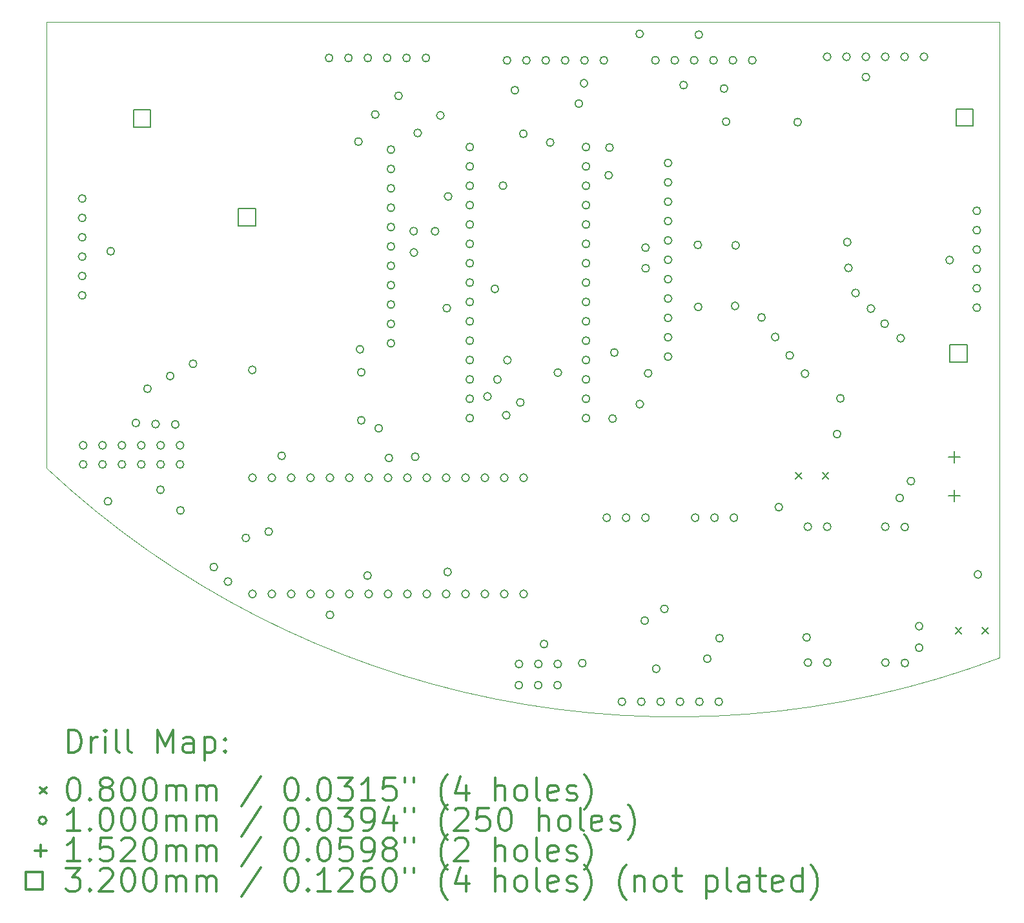
<source format=gbr>
%FSLAX45Y45*%
G04 Gerber Fmt 4.5, Leading zero omitted, Abs format (unit mm)*
G04 Created by KiCad (PCBNEW (5.1.10)-1) date 2022-01-06 12:14:09*
%MOMM*%
%LPD*%
G01*
G04 APERTURE LIST*
%TA.AperFunction,Profile*%
%ADD10C,0.050000*%
%TD*%
%ADD11C,0.200000*%
%ADD12C,0.300000*%
G04 APERTURE END LIST*
D10*
X19145354Y-21506305D02*
X19149000Y-13166000D01*
X19145354Y-21506305D02*
G75*
G02*
X6649000Y-19016000I-4246354J11290305D01*
G01*
X6649000Y-13166000D02*
X6649000Y-19016000D01*
X6649000Y-13166000D02*
X19149000Y-13166000D01*
D11*
X16473000Y-19073000D02*
X16553000Y-19153000D01*
X16553000Y-19073000D02*
X16473000Y-19153000D01*
X16823000Y-19073000D02*
X16903000Y-19153000D01*
X16903000Y-19073000D02*
X16823000Y-19153000D01*
X18568000Y-21106000D02*
X18648000Y-21186000D01*
X18648000Y-21106000D02*
X18568000Y-21186000D01*
X18918000Y-21106000D02*
X18998000Y-21186000D01*
X18998000Y-21106000D02*
X18918000Y-21186000D01*
X7166500Y-15479500D02*
G75*
G03*
X7166500Y-15479500I-50000J0D01*
G01*
X7166500Y-15733500D02*
G75*
G03*
X7166500Y-15733500I-50000J0D01*
G01*
X7166500Y-15987500D02*
G75*
G03*
X7166500Y-15987500I-50000J0D01*
G01*
X7166500Y-16241500D02*
G75*
G03*
X7166500Y-16241500I-50000J0D01*
G01*
X7166500Y-16495500D02*
G75*
G03*
X7166500Y-16495500I-50000J0D01*
G01*
X7166500Y-16749500D02*
G75*
G03*
X7166500Y-16749500I-50000J0D01*
G01*
X7179000Y-18716000D02*
G75*
G03*
X7179000Y-18716000I-50000J0D01*
G01*
X7179000Y-18966000D02*
G75*
G03*
X7179000Y-18966000I-50000J0D01*
G01*
X7433000Y-18716000D02*
G75*
G03*
X7433000Y-18716000I-50000J0D01*
G01*
X7433000Y-18966000D02*
G75*
G03*
X7433000Y-18966000I-50000J0D01*
G01*
X7504000Y-19451000D02*
G75*
G03*
X7504000Y-19451000I-50000J0D01*
G01*
X7540000Y-16170000D02*
G75*
G03*
X7540000Y-16170000I-50000J0D01*
G01*
X7687000Y-18716000D02*
G75*
G03*
X7687000Y-18716000I-50000J0D01*
G01*
X7687000Y-18966000D02*
G75*
G03*
X7687000Y-18966000I-50000J0D01*
G01*
X7870000Y-18423000D02*
G75*
G03*
X7870000Y-18423000I-50000J0D01*
G01*
X7941000Y-18716000D02*
G75*
G03*
X7941000Y-18716000I-50000J0D01*
G01*
X7941000Y-18966000D02*
G75*
G03*
X7941000Y-18966000I-50000J0D01*
G01*
X8022000Y-17974000D02*
G75*
G03*
X8022000Y-17974000I-50000J0D01*
G01*
X8128000Y-18437000D02*
G75*
G03*
X8128000Y-18437000I-50000J0D01*
G01*
X8192000Y-19300000D02*
G75*
G03*
X8192000Y-19300000I-50000J0D01*
G01*
X8195000Y-18716000D02*
G75*
G03*
X8195000Y-18716000I-50000J0D01*
G01*
X8195000Y-18966000D02*
G75*
G03*
X8195000Y-18966000I-50000J0D01*
G01*
X8320000Y-17808000D02*
G75*
G03*
X8320000Y-17808000I-50000J0D01*
G01*
X8387000Y-18443000D02*
G75*
G03*
X8387000Y-18443000I-50000J0D01*
G01*
X8449000Y-18716000D02*
G75*
G03*
X8449000Y-18716000I-50000J0D01*
G01*
X8449000Y-18966000D02*
G75*
G03*
X8449000Y-18966000I-50000J0D01*
G01*
X8454000Y-19570000D02*
G75*
G03*
X8454000Y-19570000I-50000J0D01*
G01*
X8620000Y-17646000D02*
G75*
G03*
X8620000Y-17646000I-50000J0D01*
G01*
X8892000Y-20313000D02*
G75*
G03*
X8892000Y-20313000I-50000J0D01*
G01*
X9078000Y-20503000D02*
G75*
G03*
X9078000Y-20503000I-50000J0D01*
G01*
X9312000Y-19931000D02*
G75*
G03*
X9312000Y-19931000I-50000J0D01*
G01*
X9397000Y-17727000D02*
G75*
G03*
X9397000Y-17727000I-50000J0D01*
G01*
X9399000Y-19142000D02*
G75*
G03*
X9399000Y-19142000I-50000J0D01*
G01*
X9399000Y-20666000D02*
G75*
G03*
X9399000Y-20666000I-50000J0D01*
G01*
X9612000Y-19848000D02*
G75*
G03*
X9612000Y-19848000I-50000J0D01*
G01*
X9653000Y-19142000D02*
G75*
G03*
X9653000Y-19142000I-50000J0D01*
G01*
X9653000Y-20666000D02*
G75*
G03*
X9653000Y-20666000I-50000J0D01*
G01*
X9782000Y-18854000D02*
G75*
G03*
X9782000Y-18854000I-50000J0D01*
G01*
X9907000Y-19142000D02*
G75*
G03*
X9907000Y-19142000I-50000J0D01*
G01*
X9907000Y-20666000D02*
G75*
G03*
X9907000Y-20666000I-50000J0D01*
G01*
X10161000Y-19142000D02*
G75*
G03*
X10161000Y-19142000I-50000J0D01*
G01*
X10161000Y-20666000D02*
G75*
G03*
X10161000Y-20666000I-50000J0D01*
G01*
X10404000Y-13635000D02*
G75*
G03*
X10404000Y-13635000I-50000J0D01*
G01*
X10415000Y-19142000D02*
G75*
G03*
X10415000Y-19142000I-50000J0D01*
G01*
X10415000Y-20666000D02*
G75*
G03*
X10415000Y-20666000I-50000J0D01*
G01*
X10415000Y-20940000D02*
G75*
G03*
X10415000Y-20940000I-50000J0D01*
G01*
X10658000Y-13635000D02*
G75*
G03*
X10658000Y-13635000I-50000J0D01*
G01*
X10669000Y-19142000D02*
G75*
G03*
X10669000Y-19142000I-50000J0D01*
G01*
X10669000Y-20666000D02*
G75*
G03*
X10669000Y-20666000I-50000J0D01*
G01*
X10788000Y-14733000D02*
G75*
G03*
X10788000Y-14733000I-50000J0D01*
G01*
X10809000Y-17456000D02*
G75*
G03*
X10809000Y-17456000I-50000J0D01*
G01*
X10825000Y-18388000D02*
G75*
G03*
X10825000Y-18388000I-50000J0D01*
G01*
X10826000Y-17758000D02*
G75*
G03*
X10826000Y-17758000I-50000J0D01*
G01*
X10908000Y-20425000D02*
G75*
G03*
X10908000Y-20425000I-50000J0D01*
G01*
X10912000Y-13635000D02*
G75*
G03*
X10912000Y-13635000I-50000J0D01*
G01*
X10923000Y-19142000D02*
G75*
G03*
X10923000Y-19142000I-50000J0D01*
G01*
X10923000Y-20666000D02*
G75*
G03*
X10923000Y-20666000I-50000J0D01*
G01*
X11009000Y-14377000D02*
G75*
G03*
X11009000Y-14377000I-50000J0D01*
G01*
X11054000Y-18493000D02*
G75*
G03*
X11054000Y-18493000I-50000J0D01*
G01*
X11166000Y-13635000D02*
G75*
G03*
X11166000Y-13635000I-50000J0D01*
G01*
X11177000Y-19142000D02*
G75*
G03*
X11177000Y-19142000I-50000J0D01*
G01*
X11177000Y-20666000D02*
G75*
G03*
X11177000Y-20666000I-50000J0D01*
G01*
X11188000Y-18882000D02*
G75*
G03*
X11188000Y-18882000I-50000J0D01*
G01*
X11215000Y-14838000D02*
G75*
G03*
X11215000Y-14838000I-50000J0D01*
G01*
X11215000Y-15092000D02*
G75*
G03*
X11215000Y-15092000I-50000J0D01*
G01*
X11215000Y-15346000D02*
G75*
G03*
X11215000Y-15346000I-50000J0D01*
G01*
X11215000Y-15600000D02*
G75*
G03*
X11215000Y-15600000I-50000J0D01*
G01*
X11215000Y-15854000D02*
G75*
G03*
X11215000Y-15854000I-50000J0D01*
G01*
X11215000Y-16108000D02*
G75*
G03*
X11215000Y-16108000I-50000J0D01*
G01*
X11215000Y-16362000D02*
G75*
G03*
X11215000Y-16362000I-50000J0D01*
G01*
X11215000Y-16616000D02*
G75*
G03*
X11215000Y-16616000I-50000J0D01*
G01*
X11215000Y-16870000D02*
G75*
G03*
X11215000Y-16870000I-50000J0D01*
G01*
X11215000Y-17124000D02*
G75*
G03*
X11215000Y-17124000I-50000J0D01*
G01*
X11215000Y-17378000D02*
G75*
G03*
X11215000Y-17378000I-50000J0D01*
G01*
X11314000Y-14132000D02*
G75*
G03*
X11314000Y-14132000I-50000J0D01*
G01*
X11420000Y-13635000D02*
G75*
G03*
X11420000Y-13635000I-50000J0D01*
G01*
X11431000Y-19142000D02*
G75*
G03*
X11431000Y-19142000I-50000J0D01*
G01*
X11431000Y-20666000D02*
G75*
G03*
X11431000Y-20666000I-50000J0D01*
G01*
X11513000Y-15907000D02*
G75*
G03*
X11513000Y-15907000I-50000J0D01*
G01*
X11516000Y-16187000D02*
G75*
G03*
X11516000Y-16187000I-50000J0D01*
G01*
X11533000Y-18866000D02*
G75*
G03*
X11533000Y-18866000I-50000J0D01*
G01*
X11565000Y-14619000D02*
G75*
G03*
X11565000Y-14619000I-50000J0D01*
G01*
X11674000Y-13635000D02*
G75*
G03*
X11674000Y-13635000I-50000J0D01*
G01*
X11685000Y-19142000D02*
G75*
G03*
X11685000Y-19142000I-50000J0D01*
G01*
X11685000Y-20666000D02*
G75*
G03*
X11685000Y-20666000I-50000J0D01*
G01*
X11793000Y-15908000D02*
G75*
G03*
X11793000Y-15908000I-50000J0D01*
G01*
X11863000Y-14389000D02*
G75*
G03*
X11863000Y-14389000I-50000J0D01*
G01*
X11939000Y-19142000D02*
G75*
G03*
X11939000Y-19142000I-50000J0D01*
G01*
X11939000Y-20666000D02*
G75*
G03*
X11939000Y-20666000I-50000J0D01*
G01*
X11948000Y-16916000D02*
G75*
G03*
X11948000Y-16916000I-50000J0D01*
G01*
X11958000Y-20377000D02*
G75*
G03*
X11958000Y-20377000I-50000J0D01*
G01*
X11965000Y-15451000D02*
G75*
G03*
X11965000Y-15451000I-50000J0D01*
G01*
X12193000Y-19142000D02*
G75*
G03*
X12193000Y-19142000I-50000J0D01*
G01*
X12193000Y-20666000D02*
G75*
G03*
X12193000Y-20666000I-50000J0D01*
G01*
X12249000Y-14804000D02*
G75*
G03*
X12249000Y-14804000I-50000J0D01*
G01*
X12249000Y-15058000D02*
G75*
G03*
X12249000Y-15058000I-50000J0D01*
G01*
X12249000Y-15312000D02*
G75*
G03*
X12249000Y-15312000I-50000J0D01*
G01*
X12249000Y-15566000D02*
G75*
G03*
X12249000Y-15566000I-50000J0D01*
G01*
X12249000Y-15820000D02*
G75*
G03*
X12249000Y-15820000I-50000J0D01*
G01*
X12249000Y-16074000D02*
G75*
G03*
X12249000Y-16074000I-50000J0D01*
G01*
X12249000Y-16328000D02*
G75*
G03*
X12249000Y-16328000I-50000J0D01*
G01*
X12249000Y-16582000D02*
G75*
G03*
X12249000Y-16582000I-50000J0D01*
G01*
X12249000Y-16836000D02*
G75*
G03*
X12249000Y-16836000I-50000J0D01*
G01*
X12249000Y-17090000D02*
G75*
G03*
X12249000Y-17090000I-50000J0D01*
G01*
X12249000Y-17344000D02*
G75*
G03*
X12249000Y-17344000I-50000J0D01*
G01*
X12249000Y-17598000D02*
G75*
G03*
X12249000Y-17598000I-50000J0D01*
G01*
X12249000Y-17852000D02*
G75*
G03*
X12249000Y-17852000I-50000J0D01*
G01*
X12249000Y-18106000D02*
G75*
G03*
X12249000Y-18106000I-50000J0D01*
G01*
X12249000Y-18360000D02*
G75*
G03*
X12249000Y-18360000I-50000J0D01*
G01*
X12447000Y-19142000D02*
G75*
G03*
X12447000Y-19142000I-50000J0D01*
G01*
X12447000Y-20666000D02*
G75*
G03*
X12447000Y-20666000I-50000J0D01*
G01*
X12481000Y-18075000D02*
G75*
G03*
X12481000Y-18075000I-50000J0D01*
G01*
X12578000Y-16665000D02*
G75*
G03*
X12578000Y-16665000I-50000J0D01*
G01*
X12611000Y-17853000D02*
G75*
G03*
X12611000Y-17853000I-50000J0D01*
G01*
X12684000Y-15311000D02*
G75*
G03*
X12684000Y-15311000I-50000J0D01*
G01*
X12701000Y-19142000D02*
G75*
G03*
X12701000Y-19142000I-50000J0D01*
G01*
X12701000Y-20666000D02*
G75*
G03*
X12701000Y-20666000I-50000J0D01*
G01*
X12727000Y-18321000D02*
G75*
G03*
X12727000Y-18321000I-50000J0D01*
G01*
X12737000Y-13666000D02*
G75*
G03*
X12737000Y-13666000I-50000J0D01*
G01*
X12742000Y-17598000D02*
G75*
G03*
X12742000Y-17598000I-50000J0D01*
G01*
X12840000Y-14058000D02*
G75*
G03*
X12840000Y-14058000I-50000J0D01*
G01*
X12892000Y-21863000D02*
G75*
G03*
X12892000Y-21863000I-50000J0D01*
G01*
X12894000Y-21585000D02*
G75*
G03*
X12894000Y-21585000I-50000J0D01*
G01*
X12912000Y-18154000D02*
G75*
G03*
X12912000Y-18154000I-50000J0D01*
G01*
X12951000Y-14630000D02*
G75*
G03*
X12951000Y-14630000I-50000J0D01*
G01*
X12955000Y-19142000D02*
G75*
G03*
X12955000Y-19142000I-50000J0D01*
G01*
X12955000Y-20666000D02*
G75*
G03*
X12955000Y-20666000I-50000J0D01*
G01*
X12991000Y-13666000D02*
G75*
G03*
X12991000Y-13666000I-50000J0D01*
G01*
X13146000Y-21863000D02*
G75*
G03*
X13146000Y-21863000I-50000J0D01*
G01*
X13148000Y-21585000D02*
G75*
G03*
X13148000Y-21585000I-50000J0D01*
G01*
X13223000Y-21323000D02*
G75*
G03*
X13223000Y-21323000I-50000J0D01*
G01*
X13245000Y-13666000D02*
G75*
G03*
X13245000Y-13666000I-50000J0D01*
G01*
X13303000Y-14744000D02*
G75*
G03*
X13303000Y-14744000I-50000J0D01*
G01*
X13400000Y-21863000D02*
G75*
G03*
X13400000Y-21863000I-50000J0D01*
G01*
X13402000Y-21585000D02*
G75*
G03*
X13402000Y-21585000I-50000J0D01*
G01*
X13404000Y-17762000D02*
G75*
G03*
X13404000Y-17762000I-50000J0D01*
G01*
X13499000Y-13666000D02*
G75*
G03*
X13499000Y-13666000I-50000J0D01*
G01*
X13679000Y-14234000D02*
G75*
G03*
X13679000Y-14234000I-50000J0D01*
G01*
X13725000Y-21574000D02*
G75*
G03*
X13725000Y-21574000I-50000J0D01*
G01*
X13746000Y-13967000D02*
G75*
G03*
X13746000Y-13967000I-50000J0D01*
G01*
X13753000Y-13666000D02*
G75*
G03*
X13753000Y-13666000I-50000J0D01*
G01*
X13773000Y-14804000D02*
G75*
G03*
X13773000Y-14804000I-50000J0D01*
G01*
X13773000Y-15058000D02*
G75*
G03*
X13773000Y-15058000I-50000J0D01*
G01*
X13773000Y-15312000D02*
G75*
G03*
X13773000Y-15312000I-50000J0D01*
G01*
X13773000Y-15566000D02*
G75*
G03*
X13773000Y-15566000I-50000J0D01*
G01*
X13773000Y-15820000D02*
G75*
G03*
X13773000Y-15820000I-50000J0D01*
G01*
X13773000Y-16074000D02*
G75*
G03*
X13773000Y-16074000I-50000J0D01*
G01*
X13773000Y-16328000D02*
G75*
G03*
X13773000Y-16328000I-50000J0D01*
G01*
X13773000Y-16582000D02*
G75*
G03*
X13773000Y-16582000I-50000J0D01*
G01*
X13773000Y-16836000D02*
G75*
G03*
X13773000Y-16836000I-50000J0D01*
G01*
X13773000Y-17090000D02*
G75*
G03*
X13773000Y-17090000I-50000J0D01*
G01*
X13773000Y-17344000D02*
G75*
G03*
X13773000Y-17344000I-50000J0D01*
G01*
X13773000Y-17598000D02*
G75*
G03*
X13773000Y-17598000I-50000J0D01*
G01*
X13773000Y-17852000D02*
G75*
G03*
X13773000Y-17852000I-50000J0D01*
G01*
X13773000Y-18106000D02*
G75*
G03*
X13773000Y-18106000I-50000J0D01*
G01*
X13773000Y-18360000D02*
G75*
G03*
X13773000Y-18360000I-50000J0D01*
G01*
X14007000Y-13666000D02*
G75*
G03*
X14007000Y-13666000I-50000J0D01*
G01*
X14045000Y-19666000D02*
G75*
G03*
X14045000Y-19666000I-50000J0D01*
G01*
X14070000Y-15173000D02*
G75*
G03*
X14070000Y-15173000I-50000J0D01*
G01*
X14081000Y-14811000D02*
G75*
G03*
X14081000Y-14811000I-50000J0D01*
G01*
X14122000Y-18366000D02*
G75*
G03*
X14122000Y-18366000I-50000J0D01*
G01*
X14144000Y-17499000D02*
G75*
G03*
X14144000Y-17499000I-50000J0D01*
G01*
X14244000Y-22079500D02*
G75*
G03*
X14244000Y-22079500I-50000J0D01*
G01*
X14299000Y-19666000D02*
G75*
G03*
X14299000Y-19666000I-50000J0D01*
G01*
X14476000Y-13319000D02*
G75*
G03*
X14476000Y-13319000I-50000J0D01*
G01*
X14478000Y-18176000D02*
G75*
G03*
X14478000Y-18176000I-50000J0D01*
G01*
X14498000Y-22079500D02*
G75*
G03*
X14498000Y-22079500I-50000J0D01*
G01*
X14543000Y-21016000D02*
G75*
G03*
X14543000Y-21016000I-50000J0D01*
G01*
X14553000Y-16123000D02*
G75*
G03*
X14553000Y-16123000I-50000J0D01*
G01*
X14553000Y-19666000D02*
G75*
G03*
X14553000Y-19666000I-50000J0D01*
G01*
X14555000Y-16393000D02*
G75*
G03*
X14555000Y-16393000I-50000J0D01*
G01*
X14588000Y-17771000D02*
G75*
G03*
X14588000Y-17771000I-50000J0D01*
G01*
X14683000Y-13666000D02*
G75*
G03*
X14683000Y-13666000I-50000J0D01*
G01*
X14693000Y-21647000D02*
G75*
G03*
X14693000Y-21647000I-50000J0D01*
G01*
X14752000Y-22079500D02*
G75*
G03*
X14752000Y-22079500I-50000J0D01*
G01*
X14801000Y-20861000D02*
G75*
G03*
X14801000Y-20861000I-50000J0D01*
G01*
X14849000Y-15012000D02*
G75*
G03*
X14849000Y-15012000I-50000J0D01*
G01*
X14849000Y-15266000D02*
G75*
G03*
X14849000Y-15266000I-50000J0D01*
G01*
X14849000Y-15520000D02*
G75*
G03*
X14849000Y-15520000I-50000J0D01*
G01*
X14849000Y-15774000D02*
G75*
G03*
X14849000Y-15774000I-50000J0D01*
G01*
X14849000Y-16028000D02*
G75*
G03*
X14849000Y-16028000I-50000J0D01*
G01*
X14849000Y-16282000D02*
G75*
G03*
X14849000Y-16282000I-50000J0D01*
G01*
X14849000Y-16536000D02*
G75*
G03*
X14849000Y-16536000I-50000J0D01*
G01*
X14849000Y-16790000D02*
G75*
G03*
X14849000Y-16790000I-50000J0D01*
G01*
X14849000Y-17044000D02*
G75*
G03*
X14849000Y-17044000I-50000J0D01*
G01*
X14849000Y-17298000D02*
G75*
G03*
X14849000Y-17298000I-50000J0D01*
G01*
X14849000Y-17552000D02*
G75*
G03*
X14849000Y-17552000I-50000J0D01*
G01*
X14937000Y-13666000D02*
G75*
G03*
X14937000Y-13666000I-50000J0D01*
G01*
X15006000Y-22079500D02*
G75*
G03*
X15006000Y-22079500I-50000J0D01*
G01*
X15053000Y-13991000D02*
G75*
G03*
X15053000Y-13991000I-50000J0D01*
G01*
X15191000Y-13666000D02*
G75*
G03*
X15191000Y-13666000I-50000J0D01*
G01*
X15204500Y-19666000D02*
G75*
G03*
X15204500Y-19666000I-50000J0D01*
G01*
X15239000Y-16087000D02*
G75*
G03*
X15239000Y-16087000I-50000J0D01*
G01*
X15244000Y-16900000D02*
G75*
G03*
X15244000Y-16900000I-50000J0D01*
G01*
X15252000Y-13330000D02*
G75*
G03*
X15252000Y-13330000I-50000J0D01*
G01*
X15260000Y-22079500D02*
G75*
G03*
X15260000Y-22079500I-50000J0D01*
G01*
X15363000Y-21516000D02*
G75*
G03*
X15363000Y-21516000I-50000J0D01*
G01*
X15445000Y-13666000D02*
G75*
G03*
X15445000Y-13666000I-50000J0D01*
G01*
X15458500Y-19666000D02*
G75*
G03*
X15458500Y-19666000I-50000J0D01*
G01*
X15514000Y-22079500D02*
G75*
G03*
X15514000Y-22079500I-50000J0D01*
G01*
X15524000Y-21246000D02*
G75*
G03*
X15524000Y-21246000I-50000J0D01*
G01*
X15583000Y-14036000D02*
G75*
G03*
X15583000Y-14036000I-50000J0D01*
G01*
X15610000Y-14471000D02*
G75*
G03*
X15610000Y-14471000I-50000J0D01*
G01*
X15699000Y-13666000D02*
G75*
G03*
X15699000Y-13666000I-50000J0D01*
G01*
X15712500Y-19666000D02*
G75*
G03*
X15712500Y-19666000I-50000J0D01*
G01*
X15727000Y-16888000D02*
G75*
G03*
X15727000Y-16888000I-50000J0D01*
G01*
X15735000Y-16093000D02*
G75*
G03*
X15735000Y-16093000I-50000J0D01*
G01*
X15953000Y-13666000D02*
G75*
G03*
X15953000Y-13666000I-50000J0D01*
G01*
X16075000Y-17039000D02*
G75*
G03*
X16075000Y-17039000I-50000J0D01*
G01*
X16254000Y-17295000D02*
G75*
G03*
X16254000Y-17295000I-50000J0D01*
G01*
X16302000Y-19527000D02*
G75*
G03*
X16302000Y-19527000I-50000J0D01*
G01*
X16444000Y-17537000D02*
G75*
G03*
X16444000Y-17537000I-50000J0D01*
G01*
X16548000Y-14476000D02*
G75*
G03*
X16548000Y-14476000I-50000J0D01*
G01*
X16645000Y-17776000D02*
G75*
G03*
X16645000Y-17776000I-50000J0D01*
G01*
X16666000Y-21235000D02*
G75*
G03*
X16666000Y-21235000I-50000J0D01*
G01*
X16682000Y-19784000D02*
G75*
G03*
X16682000Y-19784000I-50000J0D01*
G01*
X16683000Y-21566000D02*
G75*
G03*
X16683000Y-21566000I-50000J0D01*
G01*
X16935000Y-13619000D02*
G75*
G03*
X16935000Y-13619000I-50000J0D01*
G01*
X16936000Y-19784000D02*
G75*
G03*
X16936000Y-19784000I-50000J0D01*
G01*
X16937000Y-21566000D02*
G75*
G03*
X16937000Y-21566000I-50000J0D01*
G01*
X17065000Y-18568000D02*
G75*
G03*
X17065000Y-18568000I-50000J0D01*
G01*
X17109000Y-18100000D02*
G75*
G03*
X17109000Y-18100000I-50000J0D01*
G01*
X17189000Y-13619000D02*
G75*
G03*
X17189000Y-13619000I-50000J0D01*
G01*
X17199000Y-16051000D02*
G75*
G03*
X17199000Y-16051000I-50000J0D01*
G01*
X17214000Y-16389000D02*
G75*
G03*
X17214000Y-16389000I-50000J0D01*
G01*
X17308000Y-16718000D02*
G75*
G03*
X17308000Y-16718000I-50000J0D01*
G01*
X17443000Y-13619000D02*
G75*
G03*
X17443000Y-13619000I-50000J0D01*
G01*
X17443000Y-13885000D02*
G75*
G03*
X17443000Y-13885000I-50000J0D01*
G01*
X17509000Y-16923000D02*
G75*
G03*
X17509000Y-16923000I-50000J0D01*
G01*
X17689000Y-17121000D02*
G75*
G03*
X17689000Y-17121000I-50000J0D01*
G01*
X17697000Y-13619000D02*
G75*
G03*
X17697000Y-13619000I-50000J0D01*
G01*
X17698000Y-19784000D02*
G75*
G03*
X17698000Y-19784000I-50000J0D01*
G01*
X17699000Y-21566000D02*
G75*
G03*
X17699000Y-21566000I-50000J0D01*
G01*
X17887000Y-19407000D02*
G75*
G03*
X17887000Y-19407000I-50000J0D01*
G01*
X17899000Y-17311000D02*
G75*
G03*
X17899000Y-17311000I-50000J0D01*
G01*
X17951000Y-13619000D02*
G75*
G03*
X17951000Y-13619000I-50000J0D01*
G01*
X17953000Y-19788000D02*
G75*
G03*
X17953000Y-19788000I-50000J0D01*
G01*
X17954000Y-21571000D02*
G75*
G03*
X17954000Y-21571000I-50000J0D01*
G01*
X18034000Y-19186000D02*
G75*
G03*
X18034000Y-19186000I-50000J0D01*
G01*
X18141000Y-21088000D02*
G75*
G03*
X18141000Y-21088000I-50000J0D01*
G01*
X18141000Y-21370000D02*
G75*
G03*
X18141000Y-21370000I-50000J0D01*
G01*
X18205000Y-13619000D02*
G75*
G03*
X18205000Y-13619000I-50000J0D01*
G01*
X18541000Y-16286000D02*
G75*
G03*
X18541000Y-16286000I-50000J0D01*
G01*
X18897500Y-15640500D02*
G75*
G03*
X18897500Y-15640500I-50000J0D01*
G01*
X18897500Y-15894500D02*
G75*
G03*
X18897500Y-15894500I-50000J0D01*
G01*
X18897500Y-16148500D02*
G75*
G03*
X18897500Y-16148500I-50000J0D01*
G01*
X18897500Y-16402500D02*
G75*
G03*
X18897500Y-16402500I-50000J0D01*
G01*
X18897500Y-16656500D02*
G75*
G03*
X18897500Y-16656500I-50000J0D01*
G01*
X18897500Y-16910500D02*
G75*
G03*
X18897500Y-16910500I-50000J0D01*
G01*
X18912000Y-20410000D02*
G75*
G03*
X18912000Y-20410000I-50000J0D01*
G01*
X18549000Y-18790000D02*
X18549000Y-18942000D01*
X18473000Y-18866000D02*
X18625000Y-18866000D01*
X18549000Y-19298000D02*
X18549000Y-19450000D01*
X18473000Y-19374000D02*
X18625000Y-19374000D01*
X8014138Y-14541138D02*
X8014138Y-14314862D01*
X7787862Y-14314862D01*
X7787862Y-14541138D01*
X8014138Y-14541138D01*
X9389138Y-15839138D02*
X9389138Y-15612862D01*
X9162862Y-15612862D01*
X9162862Y-15839138D01*
X9389138Y-15839138D01*
X18720138Y-17623138D02*
X18720138Y-17396862D01*
X18493862Y-17396862D01*
X18493862Y-17623138D01*
X18720138Y-17623138D01*
X18800138Y-14528138D02*
X18800138Y-14301862D01*
X18573862Y-14301862D01*
X18573862Y-14528138D01*
X18800138Y-14528138D01*
D12*
X6932928Y-22746656D02*
X6932928Y-22446656D01*
X7004357Y-22446656D01*
X7047214Y-22460942D01*
X7075786Y-22489513D01*
X7090071Y-22518084D01*
X7104357Y-22575227D01*
X7104357Y-22618084D01*
X7090071Y-22675227D01*
X7075786Y-22703799D01*
X7047214Y-22732370D01*
X7004357Y-22746656D01*
X6932928Y-22746656D01*
X7232928Y-22746656D02*
X7232928Y-22546656D01*
X7232928Y-22603799D02*
X7247214Y-22575227D01*
X7261500Y-22560942D01*
X7290071Y-22546656D01*
X7318643Y-22546656D01*
X7418643Y-22746656D02*
X7418643Y-22546656D01*
X7418643Y-22446656D02*
X7404357Y-22460942D01*
X7418643Y-22475227D01*
X7432928Y-22460942D01*
X7418643Y-22446656D01*
X7418643Y-22475227D01*
X7604357Y-22746656D02*
X7575786Y-22732370D01*
X7561500Y-22703799D01*
X7561500Y-22446656D01*
X7761500Y-22746656D02*
X7732928Y-22732370D01*
X7718643Y-22703799D01*
X7718643Y-22446656D01*
X8104357Y-22746656D02*
X8104357Y-22446656D01*
X8204357Y-22660942D01*
X8304357Y-22446656D01*
X8304357Y-22746656D01*
X8575786Y-22746656D02*
X8575786Y-22589513D01*
X8561500Y-22560942D01*
X8532928Y-22546656D01*
X8475786Y-22546656D01*
X8447214Y-22560942D01*
X8575786Y-22732370D02*
X8547214Y-22746656D01*
X8475786Y-22746656D01*
X8447214Y-22732370D01*
X8432928Y-22703799D01*
X8432928Y-22675227D01*
X8447214Y-22646656D01*
X8475786Y-22632370D01*
X8547214Y-22632370D01*
X8575786Y-22618084D01*
X8718643Y-22546656D02*
X8718643Y-22846656D01*
X8718643Y-22560942D02*
X8747214Y-22546656D01*
X8804357Y-22546656D01*
X8832928Y-22560942D01*
X8847214Y-22575227D01*
X8861500Y-22603799D01*
X8861500Y-22689513D01*
X8847214Y-22718084D01*
X8832928Y-22732370D01*
X8804357Y-22746656D01*
X8747214Y-22746656D01*
X8718643Y-22732370D01*
X8990071Y-22718084D02*
X9004357Y-22732370D01*
X8990071Y-22746656D01*
X8975786Y-22732370D01*
X8990071Y-22718084D01*
X8990071Y-22746656D01*
X8990071Y-22560942D02*
X9004357Y-22575227D01*
X8990071Y-22589513D01*
X8975786Y-22575227D01*
X8990071Y-22560942D01*
X8990071Y-22589513D01*
X6566500Y-23200942D02*
X6646500Y-23280942D01*
X6646500Y-23200942D02*
X6566500Y-23280942D01*
X6990071Y-23076656D02*
X7018643Y-23076656D01*
X7047214Y-23090942D01*
X7061500Y-23105227D01*
X7075786Y-23133799D01*
X7090071Y-23190942D01*
X7090071Y-23262370D01*
X7075786Y-23319513D01*
X7061500Y-23348084D01*
X7047214Y-23362370D01*
X7018643Y-23376656D01*
X6990071Y-23376656D01*
X6961500Y-23362370D01*
X6947214Y-23348084D01*
X6932928Y-23319513D01*
X6918643Y-23262370D01*
X6918643Y-23190942D01*
X6932928Y-23133799D01*
X6947214Y-23105227D01*
X6961500Y-23090942D01*
X6990071Y-23076656D01*
X7218643Y-23348084D02*
X7232928Y-23362370D01*
X7218643Y-23376656D01*
X7204357Y-23362370D01*
X7218643Y-23348084D01*
X7218643Y-23376656D01*
X7404357Y-23205227D02*
X7375786Y-23190942D01*
X7361500Y-23176656D01*
X7347214Y-23148084D01*
X7347214Y-23133799D01*
X7361500Y-23105227D01*
X7375786Y-23090942D01*
X7404357Y-23076656D01*
X7461500Y-23076656D01*
X7490071Y-23090942D01*
X7504357Y-23105227D01*
X7518643Y-23133799D01*
X7518643Y-23148084D01*
X7504357Y-23176656D01*
X7490071Y-23190942D01*
X7461500Y-23205227D01*
X7404357Y-23205227D01*
X7375786Y-23219513D01*
X7361500Y-23233799D01*
X7347214Y-23262370D01*
X7347214Y-23319513D01*
X7361500Y-23348084D01*
X7375786Y-23362370D01*
X7404357Y-23376656D01*
X7461500Y-23376656D01*
X7490071Y-23362370D01*
X7504357Y-23348084D01*
X7518643Y-23319513D01*
X7518643Y-23262370D01*
X7504357Y-23233799D01*
X7490071Y-23219513D01*
X7461500Y-23205227D01*
X7704357Y-23076656D02*
X7732928Y-23076656D01*
X7761500Y-23090942D01*
X7775786Y-23105227D01*
X7790071Y-23133799D01*
X7804357Y-23190942D01*
X7804357Y-23262370D01*
X7790071Y-23319513D01*
X7775786Y-23348084D01*
X7761500Y-23362370D01*
X7732928Y-23376656D01*
X7704357Y-23376656D01*
X7675786Y-23362370D01*
X7661500Y-23348084D01*
X7647214Y-23319513D01*
X7632928Y-23262370D01*
X7632928Y-23190942D01*
X7647214Y-23133799D01*
X7661500Y-23105227D01*
X7675786Y-23090942D01*
X7704357Y-23076656D01*
X7990071Y-23076656D02*
X8018643Y-23076656D01*
X8047214Y-23090942D01*
X8061500Y-23105227D01*
X8075786Y-23133799D01*
X8090071Y-23190942D01*
X8090071Y-23262370D01*
X8075786Y-23319513D01*
X8061500Y-23348084D01*
X8047214Y-23362370D01*
X8018643Y-23376656D01*
X7990071Y-23376656D01*
X7961500Y-23362370D01*
X7947214Y-23348084D01*
X7932928Y-23319513D01*
X7918643Y-23262370D01*
X7918643Y-23190942D01*
X7932928Y-23133799D01*
X7947214Y-23105227D01*
X7961500Y-23090942D01*
X7990071Y-23076656D01*
X8218643Y-23376656D02*
X8218643Y-23176656D01*
X8218643Y-23205227D02*
X8232928Y-23190942D01*
X8261500Y-23176656D01*
X8304357Y-23176656D01*
X8332928Y-23190942D01*
X8347214Y-23219513D01*
X8347214Y-23376656D01*
X8347214Y-23219513D02*
X8361500Y-23190942D01*
X8390071Y-23176656D01*
X8432928Y-23176656D01*
X8461500Y-23190942D01*
X8475786Y-23219513D01*
X8475786Y-23376656D01*
X8618643Y-23376656D02*
X8618643Y-23176656D01*
X8618643Y-23205227D02*
X8632928Y-23190942D01*
X8661500Y-23176656D01*
X8704357Y-23176656D01*
X8732928Y-23190942D01*
X8747214Y-23219513D01*
X8747214Y-23376656D01*
X8747214Y-23219513D02*
X8761500Y-23190942D01*
X8790071Y-23176656D01*
X8832928Y-23176656D01*
X8861500Y-23190942D01*
X8875786Y-23219513D01*
X8875786Y-23376656D01*
X9461500Y-23062370D02*
X9204357Y-23448084D01*
X9847214Y-23076656D02*
X9875786Y-23076656D01*
X9904357Y-23090942D01*
X9918643Y-23105227D01*
X9932928Y-23133799D01*
X9947214Y-23190942D01*
X9947214Y-23262370D01*
X9932928Y-23319513D01*
X9918643Y-23348084D01*
X9904357Y-23362370D01*
X9875786Y-23376656D01*
X9847214Y-23376656D01*
X9818643Y-23362370D01*
X9804357Y-23348084D01*
X9790071Y-23319513D01*
X9775786Y-23262370D01*
X9775786Y-23190942D01*
X9790071Y-23133799D01*
X9804357Y-23105227D01*
X9818643Y-23090942D01*
X9847214Y-23076656D01*
X10075786Y-23348084D02*
X10090071Y-23362370D01*
X10075786Y-23376656D01*
X10061500Y-23362370D01*
X10075786Y-23348084D01*
X10075786Y-23376656D01*
X10275786Y-23076656D02*
X10304357Y-23076656D01*
X10332928Y-23090942D01*
X10347214Y-23105227D01*
X10361500Y-23133799D01*
X10375786Y-23190942D01*
X10375786Y-23262370D01*
X10361500Y-23319513D01*
X10347214Y-23348084D01*
X10332928Y-23362370D01*
X10304357Y-23376656D01*
X10275786Y-23376656D01*
X10247214Y-23362370D01*
X10232928Y-23348084D01*
X10218643Y-23319513D01*
X10204357Y-23262370D01*
X10204357Y-23190942D01*
X10218643Y-23133799D01*
X10232928Y-23105227D01*
X10247214Y-23090942D01*
X10275786Y-23076656D01*
X10475786Y-23076656D02*
X10661500Y-23076656D01*
X10561500Y-23190942D01*
X10604357Y-23190942D01*
X10632928Y-23205227D01*
X10647214Y-23219513D01*
X10661500Y-23248084D01*
X10661500Y-23319513D01*
X10647214Y-23348084D01*
X10632928Y-23362370D01*
X10604357Y-23376656D01*
X10518643Y-23376656D01*
X10490071Y-23362370D01*
X10475786Y-23348084D01*
X10947214Y-23376656D02*
X10775786Y-23376656D01*
X10861500Y-23376656D02*
X10861500Y-23076656D01*
X10832928Y-23119513D01*
X10804357Y-23148084D01*
X10775786Y-23162370D01*
X11218643Y-23076656D02*
X11075786Y-23076656D01*
X11061500Y-23219513D01*
X11075786Y-23205227D01*
X11104357Y-23190942D01*
X11175786Y-23190942D01*
X11204357Y-23205227D01*
X11218643Y-23219513D01*
X11232928Y-23248084D01*
X11232928Y-23319513D01*
X11218643Y-23348084D01*
X11204357Y-23362370D01*
X11175786Y-23376656D01*
X11104357Y-23376656D01*
X11075786Y-23362370D01*
X11061500Y-23348084D01*
X11347214Y-23076656D02*
X11347214Y-23133799D01*
X11461500Y-23076656D02*
X11461500Y-23133799D01*
X11904357Y-23490942D02*
X11890071Y-23476656D01*
X11861500Y-23433799D01*
X11847214Y-23405227D01*
X11832928Y-23362370D01*
X11818643Y-23290942D01*
X11818643Y-23233799D01*
X11832928Y-23162370D01*
X11847214Y-23119513D01*
X11861500Y-23090942D01*
X11890071Y-23048084D01*
X11904357Y-23033799D01*
X12147214Y-23176656D02*
X12147214Y-23376656D01*
X12075786Y-23062370D02*
X12004357Y-23276656D01*
X12190071Y-23276656D01*
X12532928Y-23376656D02*
X12532928Y-23076656D01*
X12661500Y-23376656D02*
X12661500Y-23219513D01*
X12647214Y-23190942D01*
X12618643Y-23176656D01*
X12575786Y-23176656D01*
X12547214Y-23190942D01*
X12532928Y-23205227D01*
X12847214Y-23376656D02*
X12818643Y-23362370D01*
X12804357Y-23348084D01*
X12790071Y-23319513D01*
X12790071Y-23233799D01*
X12804357Y-23205227D01*
X12818643Y-23190942D01*
X12847214Y-23176656D01*
X12890071Y-23176656D01*
X12918643Y-23190942D01*
X12932928Y-23205227D01*
X12947214Y-23233799D01*
X12947214Y-23319513D01*
X12932928Y-23348084D01*
X12918643Y-23362370D01*
X12890071Y-23376656D01*
X12847214Y-23376656D01*
X13118643Y-23376656D02*
X13090071Y-23362370D01*
X13075786Y-23333799D01*
X13075786Y-23076656D01*
X13347214Y-23362370D02*
X13318643Y-23376656D01*
X13261500Y-23376656D01*
X13232928Y-23362370D01*
X13218643Y-23333799D01*
X13218643Y-23219513D01*
X13232928Y-23190942D01*
X13261500Y-23176656D01*
X13318643Y-23176656D01*
X13347214Y-23190942D01*
X13361500Y-23219513D01*
X13361500Y-23248084D01*
X13218643Y-23276656D01*
X13475786Y-23362370D02*
X13504357Y-23376656D01*
X13561500Y-23376656D01*
X13590071Y-23362370D01*
X13604357Y-23333799D01*
X13604357Y-23319513D01*
X13590071Y-23290942D01*
X13561500Y-23276656D01*
X13518643Y-23276656D01*
X13490071Y-23262370D01*
X13475786Y-23233799D01*
X13475786Y-23219513D01*
X13490071Y-23190942D01*
X13518643Y-23176656D01*
X13561500Y-23176656D01*
X13590071Y-23190942D01*
X13704357Y-23490942D02*
X13718643Y-23476656D01*
X13747214Y-23433799D01*
X13761500Y-23405227D01*
X13775786Y-23362370D01*
X13790071Y-23290942D01*
X13790071Y-23233799D01*
X13775786Y-23162370D01*
X13761500Y-23119513D01*
X13747214Y-23090942D01*
X13718643Y-23048084D01*
X13704357Y-23033799D01*
X6646500Y-23636942D02*
G75*
G03*
X6646500Y-23636942I-50000J0D01*
G01*
X7090071Y-23772656D02*
X6918643Y-23772656D01*
X7004357Y-23772656D02*
X7004357Y-23472656D01*
X6975786Y-23515513D01*
X6947214Y-23544084D01*
X6918643Y-23558370D01*
X7218643Y-23744084D02*
X7232928Y-23758370D01*
X7218643Y-23772656D01*
X7204357Y-23758370D01*
X7218643Y-23744084D01*
X7218643Y-23772656D01*
X7418643Y-23472656D02*
X7447214Y-23472656D01*
X7475786Y-23486942D01*
X7490071Y-23501227D01*
X7504357Y-23529799D01*
X7518643Y-23586942D01*
X7518643Y-23658370D01*
X7504357Y-23715513D01*
X7490071Y-23744084D01*
X7475786Y-23758370D01*
X7447214Y-23772656D01*
X7418643Y-23772656D01*
X7390071Y-23758370D01*
X7375786Y-23744084D01*
X7361500Y-23715513D01*
X7347214Y-23658370D01*
X7347214Y-23586942D01*
X7361500Y-23529799D01*
X7375786Y-23501227D01*
X7390071Y-23486942D01*
X7418643Y-23472656D01*
X7704357Y-23472656D02*
X7732928Y-23472656D01*
X7761500Y-23486942D01*
X7775786Y-23501227D01*
X7790071Y-23529799D01*
X7804357Y-23586942D01*
X7804357Y-23658370D01*
X7790071Y-23715513D01*
X7775786Y-23744084D01*
X7761500Y-23758370D01*
X7732928Y-23772656D01*
X7704357Y-23772656D01*
X7675786Y-23758370D01*
X7661500Y-23744084D01*
X7647214Y-23715513D01*
X7632928Y-23658370D01*
X7632928Y-23586942D01*
X7647214Y-23529799D01*
X7661500Y-23501227D01*
X7675786Y-23486942D01*
X7704357Y-23472656D01*
X7990071Y-23472656D02*
X8018643Y-23472656D01*
X8047214Y-23486942D01*
X8061500Y-23501227D01*
X8075786Y-23529799D01*
X8090071Y-23586942D01*
X8090071Y-23658370D01*
X8075786Y-23715513D01*
X8061500Y-23744084D01*
X8047214Y-23758370D01*
X8018643Y-23772656D01*
X7990071Y-23772656D01*
X7961500Y-23758370D01*
X7947214Y-23744084D01*
X7932928Y-23715513D01*
X7918643Y-23658370D01*
X7918643Y-23586942D01*
X7932928Y-23529799D01*
X7947214Y-23501227D01*
X7961500Y-23486942D01*
X7990071Y-23472656D01*
X8218643Y-23772656D02*
X8218643Y-23572656D01*
X8218643Y-23601227D02*
X8232928Y-23586942D01*
X8261500Y-23572656D01*
X8304357Y-23572656D01*
X8332928Y-23586942D01*
X8347214Y-23615513D01*
X8347214Y-23772656D01*
X8347214Y-23615513D02*
X8361500Y-23586942D01*
X8390071Y-23572656D01*
X8432928Y-23572656D01*
X8461500Y-23586942D01*
X8475786Y-23615513D01*
X8475786Y-23772656D01*
X8618643Y-23772656D02*
X8618643Y-23572656D01*
X8618643Y-23601227D02*
X8632928Y-23586942D01*
X8661500Y-23572656D01*
X8704357Y-23572656D01*
X8732928Y-23586942D01*
X8747214Y-23615513D01*
X8747214Y-23772656D01*
X8747214Y-23615513D02*
X8761500Y-23586942D01*
X8790071Y-23572656D01*
X8832928Y-23572656D01*
X8861500Y-23586942D01*
X8875786Y-23615513D01*
X8875786Y-23772656D01*
X9461500Y-23458370D02*
X9204357Y-23844084D01*
X9847214Y-23472656D02*
X9875786Y-23472656D01*
X9904357Y-23486942D01*
X9918643Y-23501227D01*
X9932928Y-23529799D01*
X9947214Y-23586942D01*
X9947214Y-23658370D01*
X9932928Y-23715513D01*
X9918643Y-23744084D01*
X9904357Y-23758370D01*
X9875786Y-23772656D01*
X9847214Y-23772656D01*
X9818643Y-23758370D01*
X9804357Y-23744084D01*
X9790071Y-23715513D01*
X9775786Y-23658370D01*
X9775786Y-23586942D01*
X9790071Y-23529799D01*
X9804357Y-23501227D01*
X9818643Y-23486942D01*
X9847214Y-23472656D01*
X10075786Y-23744084D02*
X10090071Y-23758370D01*
X10075786Y-23772656D01*
X10061500Y-23758370D01*
X10075786Y-23744084D01*
X10075786Y-23772656D01*
X10275786Y-23472656D02*
X10304357Y-23472656D01*
X10332928Y-23486942D01*
X10347214Y-23501227D01*
X10361500Y-23529799D01*
X10375786Y-23586942D01*
X10375786Y-23658370D01*
X10361500Y-23715513D01*
X10347214Y-23744084D01*
X10332928Y-23758370D01*
X10304357Y-23772656D01*
X10275786Y-23772656D01*
X10247214Y-23758370D01*
X10232928Y-23744084D01*
X10218643Y-23715513D01*
X10204357Y-23658370D01*
X10204357Y-23586942D01*
X10218643Y-23529799D01*
X10232928Y-23501227D01*
X10247214Y-23486942D01*
X10275786Y-23472656D01*
X10475786Y-23472656D02*
X10661500Y-23472656D01*
X10561500Y-23586942D01*
X10604357Y-23586942D01*
X10632928Y-23601227D01*
X10647214Y-23615513D01*
X10661500Y-23644084D01*
X10661500Y-23715513D01*
X10647214Y-23744084D01*
X10632928Y-23758370D01*
X10604357Y-23772656D01*
X10518643Y-23772656D01*
X10490071Y-23758370D01*
X10475786Y-23744084D01*
X10804357Y-23772656D02*
X10861500Y-23772656D01*
X10890071Y-23758370D01*
X10904357Y-23744084D01*
X10932928Y-23701227D01*
X10947214Y-23644084D01*
X10947214Y-23529799D01*
X10932928Y-23501227D01*
X10918643Y-23486942D01*
X10890071Y-23472656D01*
X10832928Y-23472656D01*
X10804357Y-23486942D01*
X10790071Y-23501227D01*
X10775786Y-23529799D01*
X10775786Y-23601227D01*
X10790071Y-23629799D01*
X10804357Y-23644084D01*
X10832928Y-23658370D01*
X10890071Y-23658370D01*
X10918643Y-23644084D01*
X10932928Y-23629799D01*
X10947214Y-23601227D01*
X11204357Y-23572656D02*
X11204357Y-23772656D01*
X11132928Y-23458370D02*
X11061500Y-23672656D01*
X11247214Y-23672656D01*
X11347214Y-23472656D02*
X11347214Y-23529799D01*
X11461500Y-23472656D02*
X11461500Y-23529799D01*
X11904357Y-23886942D02*
X11890071Y-23872656D01*
X11861500Y-23829799D01*
X11847214Y-23801227D01*
X11832928Y-23758370D01*
X11818643Y-23686942D01*
X11818643Y-23629799D01*
X11832928Y-23558370D01*
X11847214Y-23515513D01*
X11861500Y-23486942D01*
X11890071Y-23444084D01*
X11904357Y-23429799D01*
X12004357Y-23501227D02*
X12018643Y-23486942D01*
X12047214Y-23472656D01*
X12118643Y-23472656D01*
X12147214Y-23486942D01*
X12161500Y-23501227D01*
X12175786Y-23529799D01*
X12175786Y-23558370D01*
X12161500Y-23601227D01*
X11990071Y-23772656D01*
X12175786Y-23772656D01*
X12447214Y-23472656D02*
X12304357Y-23472656D01*
X12290071Y-23615513D01*
X12304357Y-23601227D01*
X12332928Y-23586942D01*
X12404357Y-23586942D01*
X12432928Y-23601227D01*
X12447214Y-23615513D01*
X12461500Y-23644084D01*
X12461500Y-23715513D01*
X12447214Y-23744084D01*
X12432928Y-23758370D01*
X12404357Y-23772656D01*
X12332928Y-23772656D01*
X12304357Y-23758370D01*
X12290071Y-23744084D01*
X12647214Y-23472656D02*
X12675786Y-23472656D01*
X12704357Y-23486942D01*
X12718643Y-23501227D01*
X12732928Y-23529799D01*
X12747214Y-23586942D01*
X12747214Y-23658370D01*
X12732928Y-23715513D01*
X12718643Y-23744084D01*
X12704357Y-23758370D01*
X12675786Y-23772656D01*
X12647214Y-23772656D01*
X12618643Y-23758370D01*
X12604357Y-23744084D01*
X12590071Y-23715513D01*
X12575786Y-23658370D01*
X12575786Y-23586942D01*
X12590071Y-23529799D01*
X12604357Y-23501227D01*
X12618643Y-23486942D01*
X12647214Y-23472656D01*
X13104357Y-23772656D02*
X13104357Y-23472656D01*
X13232928Y-23772656D02*
X13232928Y-23615513D01*
X13218643Y-23586942D01*
X13190071Y-23572656D01*
X13147214Y-23572656D01*
X13118643Y-23586942D01*
X13104357Y-23601227D01*
X13418643Y-23772656D02*
X13390071Y-23758370D01*
X13375786Y-23744084D01*
X13361500Y-23715513D01*
X13361500Y-23629799D01*
X13375786Y-23601227D01*
X13390071Y-23586942D01*
X13418643Y-23572656D01*
X13461500Y-23572656D01*
X13490071Y-23586942D01*
X13504357Y-23601227D01*
X13518643Y-23629799D01*
X13518643Y-23715513D01*
X13504357Y-23744084D01*
X13490071Y-23758370D01*
X13461500Y-23772656D01*
X13418643Y-23772656D01*
X13690071Y-23772656D02*
X13661500Y-23758370D01*
X13647214Y-23729799D01*
X13647214Y-23472656D01*
X13918643Y-23758370D02*
X13890071Y-23772656D01*
X13832928Y-23772656D01*
X13804357Y-23758370D01*
X13790071Y-23729799D01*
X13790071Y-23615513D01*
X13804357Y-23586942D01*
X13832928Y-23572656D01*
X13890071Y-23572656D01*
X13918643Y-23586942D01*
X13932928Y-23615513D01*
X13932928Y-23644084D01*
X13790071Y-23672656D01*
X14047214Y-23758370D02*
X14075786Y-23772656D01*
X14132928Y-23772656D01*
X14161500Y-23758370D01*
X14175786Y-23729799D01*
X14175786Y-23715513D01*
X14161500Y-23686942D01*
X14132928Y-23672656D01*
X14090071Y-23672656D01*
X14061500Y-23658370D01*
X14047214Y-23629799D01*
X14047214Y-23615513D01*
X14061500Y-23586942D01*
X14090071Y-23572656D01*
X14132928Y-23572656D01*
X14161500Y-23586942D01*
X14275786Y-23886942D02*
X14290071Y-23872656D01*
X14318643Y-23829799D01*
X14332928Y-23801227D01*
X14347214Y-23758370D01*
X14361500Y-23686942D01*
X14361500Y-23629799D01*
X14347214Y-23558370D01*
X14332928Y-23515513D01*
X14318643Y-23486942D01*
X14290071Y-23444084D01*
X14275786Y-23429799D01*
X6570500Y-23956942D02*
X6570500Y-24108942D01*
X6494500Y-24032942D02*
X6646500Y-24032942D01*
X7090071Y-24168656D02*
X6918643Y-24168656D01*
X7004357Y-24168656D02*
X7004357Y-23868656D01*
X6975786Y-23911513D01*
X6947214Y-23940084D01*
X6918643Y-23954370D01*
X7218643Y-24140084D02*
X7232928Y-24154370D01*
X7218643Y-24168656D01*
X7204357Y-24154370D01*
X7218643Y-24140084D01*
X7218643Y-24168656D01*
X7504357Y-23868656D02*
X7361500Y-23868656D01*
X7347214Y-24011513D01*
X7361500Y-23997227D01*
X7390071Y-23982942D01*
X7461500Y-23982942D01*
X7490071Y-23997227D01*
X7504357Y-24011513D01*
X7518643Y-24040084D01*
X7518643Y-24111513D01*
X7504357Y-24140084D01*
X7490071Y-24154370D01*
X7461500Y-24168656D01*
X7390071Y-24168656D01*
X7361500Y-24154370D01*
X7347214Y-24140084D01*
X7632928Y-23897227D02*
X7647214Y-23882942D01*
X7675786Y-23868656D01*
X7747214Y-23868656D01*
X7775786Y-23882942D01*
X7790071Y-23897227D01*
X7804357Y-23925799D01*
X7804357Y-23954370D01*
X7790071Y-23997227D01*
X7618643Y-24168656D01*
X7804357Y-24168656D01*
X7990071Y-23868656D02*
X8018643Y-23868656D01*
X8047214Y-23882942D01*
X8061500Y-23897227D01*
X8075786Y-23925799D01*
X8090071Y-23982942D01*
X8090071Y-24054370D01*
X8075786Y-24111513D01*
X8061500Y-24140084D01*
X8047214Y-24154370D01*
X8018643Y-24168656D01*
X7990071Y-24168656D01*
X7961500Y-24154370D01*
X7947214Y-24140084D01*
X7932928Y-24111513D01*
X7918643Y-24054370D01*
X7918643Y-23982942D01*
X7932928Y-23925799D01*
X7947214Y-23897227D01*
X7961500Y-23882942D01*
X7990071Y-23868656D01*
X8218643Y-24168656D02*
X8218643Y-23968656D01*
X8218643Y-23997227D02*
X8232928Y-23982942D01*
X8261500Y-23968656D01*
X8304357Y-23968656D01*
X8332928Y-23982942D01*
X8347214Y-24011513D01*
X8347214Y-24168656D01*
X8347214Y-24011513D02*
X8361500Y-23982942D01*
X8390071Y-23968656D01*
X8432928Y-23968656D01*
X8461500Y-23982942D01*
X8475786Y-24011513D01*
X8475786Y-24168656D01*
X8618643Y-24168656D02*
X8618643Y-23968656D01*
X8618643Y-23997227D02*
X8632928Y-23982942D01*
X8661500Y-23968656D01*
X8704357Y-23968656D01*
X8732928Y-23982942D01*
X8747214Y-24011513D01*
X8747214Y-24168656D01*
X8747214Y-24011513D02*
X8761500Y-23982942D01*
X8790071Y-23968656D01*
X8832928Y-23968656D01*
X8861500Y-23982942D01*
X8875786Y-24011513D01*
X8875786Y-24168656D01*
X9461500Y-23854370D02*
X9204357Y-24240084D01*
X9847214Y-23868656D02*
X9875786Y-23868656D01*
X9904357Y-23882942D01*
X9918643Y-23897227D01*
X9932928Y-23925799D01*
X9947214Y-23982942D01*
X9947214Y-24054370D01*
X9932928Y-24111513D01*
X9918643Y-24140084D01*
X9904357Y-24154370D01*
X9875786Y-24168656D01*
X9847214Y-24168656D01*
X9818643Y-24154370D01*
X9804357Y-24140084D01*
X9790071Y-24111513D01*
X9775786Y-24054370D01*
X9775786Y-23982942D01*
X9790071Y-23925799D01*
X9804357Y-23897227D01*
X9818643Y-23882942D01*
X9847214Y-23868656D01*
X10075786Y-24140084D02*
X10090071Y-24154370D01*
X10075786Y-24168656D01*
X10061500Y-24154370D01*
X10075786Y-24140084D01*
X10075786Y-24168656D01*
X10275786Y-23868656D02*
X10304357Y-23868656D01*
X10332928Y-23882942D01*
X10347214Y-23897227D01*
X10361500Y-23925799D01*
X10375786Y-23982942D01*
X10375786Y-24054370D01*
X10361500Y-24111513D01*
X10347214Y-24140084D01*
X10332928Y-24154370D01*
X10304357Y-24168656D01*
X10275786Y-24168656D01*
X10247214Y-24154370D01*
X10232928Y-24140084D01*
X10218643Y-24111513D01*
X10204357Y-24054370D01*
X10204357Y-23982942D01*
X10218643Y-23925799D01*
X10232928Y-23897227D01*
X10247214Y-23882942D01*
X10275786Y-23868656D01*
X10647214Y-23868656D02*
X10504357Y-23868656D01*
X10490071Y-24011513D01*
X10504357Y-23997227D01*
X10532928Y-23982942D01*
X10604357Y-23982942D01*
X10632928Y-23997227D01*
X10647214Y-24011513D01*
X10661500Y-24040084D01*
X10661500Y-24111513D01*
X10647214Y-24140084D01*
X10632928Y-24154370D01*
X10604357Y-24168656D01*
X10532928Y-24168656D01*
X10504357Y-24154370D01*
X10490071Y-24140084D01*
X10804357Y-24168656D02*
X10861500Y-24168656D01*
X10890071Y-24154370D01*
X10904357Y-24140084D01*
X10932928Y-24097227D01*
X10947214Y-24040084D01*
X10947214Y-23925799D01*
X10932928Y-23897227D01*
X10918643Y-23882942D01*
X10890071Y-23868656D01*
X10832928Y-23868656D01*
X10804357Y-23882942D01*
X10790071Y-23897227D01*
X10775786Y-23925799D01*
X10775786Y-23997227D01*
X10790071Y-24025799D01*
X10804357Y-24040084D01*
X10832928Y-24054370D01*
X10890071Y-24054370D01*
X10918643Y-24040084D01*
X10932928Y-24025799D01*
X10947214Y-23997227D01*
X11118643Y-23997227D02*
X11090071Y-23982942D01*
X11075786Y-23968656D01*
X11061500Y-23940084D01*
X11061500Y-23925799D01*
X11075786Y-23897227D01*
X11090071Y-23882942D01*
X11118643Y-23868656D01*
X11175786Y-23868656D01*
X11204357Y-23882942D01*
X11218643Y-23897227D01*
X11232928Y-23925799D01*
X11232928Y-23940084D01*
X11218643Y-23968656D01*
X11204357Y-23982942D01*
X11175786Y-23997227D01*
X11118643Y-23997227D01*
X11090071Y-24011513D01*
X11075786Y-24025799D01*
X11061500Y-24054370D01*
X11061500Y-24111513D01*
X11075786Y-24140084D01*
X11090071Y-24154370D01*
X11118643Y-24168656D01*
X11175786Y-24168656D01*
X11204357Y-24154370D01*
X11218643Y-24140084D01*
X11232928Y-24111513D01*
X11232928Y-24054370D01*
X11218643Y-24025799D01*
X11204357Y-24011513D01*
X11175786Y-23997227D01*
X11347214Y-23868656D02*
X11347214Y-23925799D01*
X11461500Y-23868656D02*
X11461500Y-23925799D01*
X11904357Y-24282942D02*
X11890071Y-24268656D01*
X11861500Y-24225799D01*
X11847214Y-24197227D01*
X11832928Y-24154370D01*
X11818643Y-24082942D01*
X11818643Y-24025799D01*
X11832928Y-23954370D01*
X11847214Y-23911513D01*
X11861500Y-23882942D01*
X11890071Y-23840084D01*
X11904357Y-23825799D01*
X12004357Y-23897227D02*
X12018643Y-23882942D01*
X12047214Y-23868656D01*
X12118643Y-23868656D01*
X12147214Y-23882942D01*
X12161500Y-23897227D01*
X12175786Y-23925799D01*
X12175786Y-23954370D01*
X12161500Y-23997227D01*
X11990071Y-24168656D01*
X12175786Y-24168656D01*
X12532928Y-24168656D02*
X12532928Y-23868656D01*
X12661500Y-24168656D02*
X12661500Y-24011513D01*
X12647214Y-23982942D01*
X12618643Y-23968656D01*
X12575786Y-23968656D01*
X12547214Y-23982942D01*
X12532928Y-23997227D01*
X12847214Y-24168656D02*
X12818643Y-24154370D01*
X12804357Y-24140084D01*
X12790071Y-24111513D01*
X12790071Y-24025799D01*
X12804357Y-23997227D01*
X12818643Y-23982942D01*
X12847214Y-23968656D01*
X12890071Y-23968656D01*
X12918643Y-23982942D01*
X12932928Y-23997227D01*
X12947214Y-24025799D01*
X12947214Y-24111513D01*
X12932928Y-24140084D01*
X12918643Y-24154370D01*
X12890071Y-24168656D01*
X12847214Y-24168656D01*
X13118643Y-24168656D02*
X13090071Y-24154370D01*
X13075786Y-24125799D01*
X13075786Y-23868656D01*
X13347214Y-24154370D02*
X13318643Y-24168656D01*
X13261500Y-24168656D01*
X13232928Y-24154370D01*
X13218643Y-24125799D01*
X13218643Y-24011513D01*
X13232928Y-23982942D01*
X13261500Y-23968656D01*
X13318643Y-23968656D01*
X13347214Y-23982942D01*
X13361500Y-24011513D01*
X13361500Y-24040084D01*
X13218643Y-24068656D01*
X13475786Y-24154370D02*
X13504357Y-24168656D01*
X13561500Y-24168656D01*
X13590071Y-24154370D01*
X13604357Y-24125799D01*
X13604357Y-24111513D01*
X13590071Y-24082942D01*
X13561500Y-24068656D01*
X13518643Y-24068656D01*
X13490071Y-24054370D01*
X13475786Y-24025799D01*
X13475786Y-24011513D01*
X13490071Y-23982942D01*
X13518643Y-23968656D01*
X13561500Y-23968656D01*
X13590071Y-23982942D01*
X13704357Y-24282942D02*
X13718643Y-24268656D01*
X13747214Y-24225799D01*
X13761500Y-24197227D01*
X13775786Y-24154370D01*
X13790071Y-24082942D01*
X13790071Y-24025799D01*
X13775786Y-23954370D01*
X13761500Y-23911513D01*
X13747214Y-23882942D01*
X13718643Y-23840084D01*
X13704357Y-23825799D01*
X6599638Y-24542080D02*
X6599638Y-24315803D01*
X6373362Y-24315803D01*
X6373362Y-24542080D01*
X6599638Y-24542080D01*
X6904357Y-24264656D02*
X7090071Y-24264656D01*
X6990071Y-24378942D01*
X7032928Y-24378942D01*
X7061500Y-24393227D01*
X7075786Y-24407513D01*
X7090071Y-24436084D01*
X7090071Y-24507513D01*
X7075786Y-24536084D01*
X7061500Y-24550370D01*
X7032928Y-24564656D01*
X6947214Y-24564656D01*
X6918643Y-24550370D01*
X6904357Y-24536084D01*
X7218643Y-24536084D02*
X7232928Y-24550370D01*
X7218643Y-24564656D01*
X7204357Y-24550370D01*
X7218643Y-24536084D01*
X7218643Y-24564656D01*
X7347214Y-24293227D02*
X7361500Y-24278942D01*
X7390071Y-24264656D01*
X7461500Y-24264656D01*
X7490071Y-24278942D01*
X7504357Y-24293227D01*
X7518643Y-24321799D01*
X7518643Y-24350370D01*
X7504357Y-24393227D01*
X7332928Y-24564656D01*
X7518643Y-24564656D01*
X7704357Y-24264656D02*
X7732928Y-24264656D01*
X7761500Y-24278942D01*
X7775786Y-24293227D01*
X7790071Y-24321799D01*
X7804357Y-24378942D01*
X7804357Y-24450370D01*
X7790071Y-24507513D01*
X7775786Y-24536084D01*
X7761500Y-24550370D01*
X7732928Y-24564656D01*
X7704357Y-24564656D01*
X7675786Y-24550370D01*
X7661500Y-24536084D01*
X7647214Y-24507513D01*
X7632928Y-24450370D01*
X7632928Y-24378942D01*
X7647214Y-24321799D01*
X7661500Y-24293227D01*
X7675786Y-24278942D01*
X7704357Y-24264656D01*
X7990071Y-24264656D02*
X8018643Y-24264656D01*
X8047214Y-24278942D01*
X8061500Y-24293227D01*
X8075786Y-24321799D01*
X8090071Y-24378942D01*
X8090071Y-24450370D01*
X8075786Y-24507513D01*
X8061500Y-24536084D01*
X8047214Y-24550370D01*
X8018643Y-24564656D01*
X7990071Y-24564656D01*
X7961500Y-24550370D01*
X7947214Y-24536084D01*
X7932928Y-24507513D01*
X7918643Y-24450370D01*
X7918643Y-24378942D01*
X7932928Y-24321799D01*
X7947214Y-24293227D01*
X7961500Y-24278942D01*
X7990071Y-24264656D01*
X8218643Y-24564656D02*
X8218643Y-24364656D01*
X8218643Y-24393227D02*
X8232928Y-24378942D01*
X8261500Y-24364656D01*
X8304357Y-24364656D01*
X8332928Y-24378942D01*
X8347214Y-24407513D01*
X8347214Y-24564656D01*
X8347214Y-24407513D02*
X8361500Y-24378942D01*
X8390071Y-24364656D01*
X8432928Y-24364656D01*
X8461500Y-24378942D01*
X8475786Y-24407513D01*
X8475786Y-24564656D01*
X8618643Y-24564656D02*
X8618643Y-24364656D01*
X8618643Y-24393227D02*
X8632928Y-24378942D01*
X8661500Y-24364656D01*
X8704357Y-24364656D01*
X8732928Y-24378942D01*
X8747214Y-24407513D01*
X8747214Y-24564656D01*
X8747214Y-24407513D02*
X8761500Y-24378942D01*
X8790071Y-24364656D01*
X8832928Y-24364656D01*
X8861500Y-24378942D01*
X8875786Y-24407513D01*
X8875786Y-24564656D01*
X9461500Y-24250370D02*
X9204357Y-24636084D01*
X9847214Y-24264656D02*
X9875786Y-24264656D01*
X9904357Y-24278942D01*
X9918643Y-24293227D01*
X9932928Y-24321799D01*
X9947214Y-24378942D01*
X9947214Y-24450370D01*
X9932928Y-24507513D01*
X9918643Y-24536084D01*
X9904357Y-24550370D01*
X9875786Y-24564656D01*
X9847214Y-24564656D01*
X9818643Y-24550370D01*
X9804357Y-24536084D01*
X9790071Y-24507513D01*
X9775786Y-24450370D01*
X9775786Y-24378942D01*
X9790071Y-24321799D01*
X9804357Y-24293227D01*
X9818643Y-24278942D01*
X9847214Y-24264656D01*
X10075786Y-24536084D02*
X10090071Y-24550370D01*
X10075786Y-24564656D01*
X10061500Y-24550370D01*
X10075786Y-24536084D01*
X10075786Y-24564656D01*
X10375786Y-24564656D02*
X10204357Y-24564656D01*
X10290071Y-24564656D02*
X10290071Y-24264656D01*
X10261500Y-24307513D01*
X10232928Y-24336084D01*
X10204357Y-24350370D01*
X10490071Y-24293227D02*
X10504357Y-24278942D01*
X10532928Y-24264656D01*
X10604357Y-24264656D01*
X10632928Y-24278942D01*
X10647214Y-24293227D01*
X10661500Y-24321799D01*
X10661500Y-24350370D01*
X10647214Y-24393227D01*
X10475786Y-24564656D01*
X10661500Y-24564656D01*
X10918643Y-24264656D02*
X10861500Y-24264656D01*
X10832928Y-24278942D01*
X10818643Y-24293227D01*
X10790071Y-24336084D01*
X10775786Y-24393227D01*
X10775786Y-24507513D01*
X10790071Y-24536084D01*
X10804357Y-24550370D01*
X10832928Y-24564656D01*
X10890071Y-24564656D01*
X10918643Y-24550370D01*
X10932928Y-24536084D01*
X10947214Y-24507513D01*
X10947214Y-24436084D01*
X10932928Y-24407513D01*
X10918643Y-24393227D01*
X10890071Y-24378942D01*
X10832928Y-24378942D01*
X10804357Y-24393227D01*
X10790071Y-24407513D01*
X10775786Y-24436084D01*
X11132928Y-24264656D02*
X11161500Y-24264656D01*
X11190071Y-24278942D01*
X11204357Y-24293227D01*
X11218643Y-24321799D01*
X11232928Y-24378942D01*
X11232928Y-24450370D01*
X11218643Y-24507513D01*
X11204357Y-24536084D01*
X11190071Y-24550370D01*
X11161500Y-24564656D01*
X11132928Y-24564656D01*
X11104357Y-24550370D01*
X11090071Y-24536084D01*
X11075786Y-24507513D01*
X11061500Y-24450370D01*
X11061500Y-24378942D01*
X11075786Y-24321799D01*
X11090071Y-24293227D01*
X11104357Y-24278942D01*
X11132928Y-24264656D01*
X11347214Y-24264656D02*
X11347214Y-24321799D01*
X11461500Y-24264656D02*
X11461500Y-24321799D01*
X11904357Y-24678942D02*
X11890071Y-24664656D01*
X11861500Y-24621799D01*
X11847214Y-24593227D01*
X11832928Y-24550370D01*
X11818643Y-24478942D01*
X11818643Y-24421799D01*
X11832928Y-24350370D01*
X11847214Y-24307513D01*
X11861500Y-24278942D01*
X11890071Y-24236084D01*
X11904357Y-24221799D01*
X12147214Y-24364656D02*
X12147214Y-24564656D01*
X12075786Y-24250370D02*
X12004357Y-24464656D01*
X12190071Y-24464656D01*
X12532928Y-24564656D02*
X12532928Y-24264656D01*
X12661500Y-24564656D02*
X12661500Y-24407513D01*
X12647214Y-24378942D01*
X12618643Y-24364656D01*
X12575786Y-24364656D01*
X12547214Y-24378942D01*
X12532928Y-24393227D01*
X12847214Y-24564656D02*
X12818643Y-24550370D01*
X12804357Y-24536084D01*
X12790071Y-24507513D01*
X12790071Y-24421799D01*
X12804357Y-24393227D01*
X12818643Y-24378942D01*
X12847214Y-24364656D01*
X12890071Y-24364656D01*
X12918643Y-24378942D01*
X12932928Y-24393227D01*
X12947214Y-24421799D01*
X12947214Y-24507513D01*
X12932928Y-24536084D01*
X12918643Y-24550370D01*
X12890071Y-24564656D01*
X12847214Y-24564656D01*
X13118643Y-24564656D02*
X13090071Y-24550370D01*
X13075786Y-24521799D01*
X13075786Y-24264656D01*
X13347214Y-24550370D02*
X13318643Y-24564656D01*
X13261500Y-24564656D01*
X13232928Y-24550370D01*
X13218643Y-24521799D01*
X13218643Y-24407513D01*
X13232928Y-24378942D01*
X13261500Y-24364656D01*
X13318643Y-24364656D01*
X13347214Y-24378942D01*
X13361500Y-24407513D01*
X13361500Y-24436084D01*
X13218643Y-24464656D01*
X13475786Y-24550370D02*
X13504357Y-24564656D01*
X13561500Y-24564656D01*
X13590071Y-24550370D01*
X13604357Y-24521799D01*
X13604357Y-24507513D01*
X13590071Y-24478942D01*
X13561500Y-24464656D01*
X13518643Y-24464656D01*
X13490071Y-24450370D01*
X13475786Y-24421799D01*
X13475786Y-24407513D01*
X13490071Y-24378942D01*
X13518643Y-24364656D01*
X13561500Y-24364656D01*
X13590071Y-24378942D01*
X13704357Y-24678942D02*
X13718643Y-24664656D01*
X13747214Y-24621799D01*
X13761500Y-24593227D01*
X13775786Y-24550370D01*
X13790071Y-24478942D01*
X13790071Y-24421799D01*
X13775786Y-24350370D01*
X13761500Y-24307513D01*
X13747214Y-24278942D01*
X13718643Y-24236084D01*
X13704357Y-24221799D01*
X14247214Y-24678942D02*
X14232928Y-24664656D01*
X14204357Y-24621799D01*
X14190071Y-24593227D01*
X14175786Y-24550370D01*
X14161500Y-24478942D01*
X14161500Y-24421799D01*
X14175786Y-24350370D01*
X14190071Y-24307513D01*
X14204357Y-24278942D01*
X14232928Y-24236084D01*
X14247214Y-24221799D01*
X14361500Y-24364656D02*
X14361500Y-24564656D01*
X14361500Y-24393227D02*
X14375786Y-24378942D01*
X14404357Y-24364656D01*
X14447214Y-24364656D01*
X14475786Y-24378942D01*
X14490071Y-24407513D01*
X14490071Y-24564656D01*
X14675786Y-24564656D02*
X14647214Y-24550370D01*
X14632928Y-24536084D01*
X14618643Y-24507513D01*
X14618643Y-24421799D01*
X14632928Y-24393227D01*
X14647214Y-24378942D01*
X14675786Y-24364656D01*
X14718643Y-24364656D01*
X14747214Y-24378942D01*
X14761500Y-24393227D01*
X14775786Y-24421799D01*
X14775786Y-24507513D01*
X14761500Y-24536084D01*
X14747214Y-24550370D01*
X14718643Y-24564656D01*
X14675786Y-24564656D01*
X14861500Y-24364656D02*
X14975786Y-24364656D01*
X14904357Y-24264656D02*
X14904357Y-24521799D01*
X14918643Y-24550370D01*
X14947214Y-24564656D01*
X14975786Y-24564656D01*
X15304357Y-24364656D02*
X15304357Y-24664656D01*
X15304357Y-24378942D02*
X15332928Y-24364656D01*
X15390071Y-24364656D01*
X15418643Y-24378942D01*
X15432928Y-24393227D01*
X15447214Y-24421799D01*
X15447214Y-24507513D01*
X15432928Y-24536084D01*
X15418643Y-24550370D01*
X15390071Y-24564656D01*
X15332928Y-24564656D01*
X15304357Y-24550370D01*
X15618643Y-24564656D02*
X15590071Y-24550370D01*
X15575786Y-24521799D01*
X15575786Y-24264656D01*
X15861500Y-24564656D02*
X15861500Y-24407513D01*
X15847214Y-24378942D01*
X15818643Y-24364656D01*
X15761500Y-24364656D01*
X15732928Y-24378942D01*
X15861500Y-24550370D02*
X15832928Y-24564656D01*
X15761500Y-24564656D01*
X15732928Y-24550370D01*
X15718643Y-24521799D01*
X15718643Y-24493227D01*
X15732928Y-24464656D01*
X15761500Y-24450370D01*
X15832928Y-24450370D01*
X15861500Y-24436084D01*
X15961500Y-24364656D02*
X16075786Y-24364656D01*
X16004357Y-24264656D02*
X16004357Y-24521799D01*
X16018643Y-24550370D01*
X16047214Y-24564656D01*
X16075786Y-24564656D01*
X16290071Y-24550370D02*
X16261500Y-24564656D01*
X16204357Y-24564656D01*
X16175786Y-24550370D01*
X16161500Y-24521799D01*
X16161500Y-24407513D01*
X16175786Y-24378942D01*
X16204357Y-24364656D01*
X16261500Y-24364656D01*
X16290071Y-24378942D01*
X16304357Y-24407513D01*
X16304357Y-24436084D01*
X16161500Y-24464656D01*
X16561500Y-24564656D02*
X16561500Y-24264656D01*
X16561500Y-24550370D02*
X16532928Y-24564656D01*
X16475786Y-24564656D01*
X16447214Y-24550370D01*
X16432928Y-24536084D01*
X16418643Y-24507513D01*
X16418643Y-24421799D01*
X16432928Y-24393227D01*
X16447214Y-24378942D01*
X16475786Y-24364656D01*
X16532928Y-24364656D01*
X16561500Y-24378942D01*
X16675786Y-24678942D02*
X16690071Y-24664656D01*
X16718643Y-24621799D01*
X16732928Y-24593227D01*
X16747214Y-24550370D01*
X16761500Y-24478942D01*
X16761500Y-24421799D01*
X16747214Y-24350370D01*
X16732928Y-24307513D01*
X16718643Y-24278942D01*
X16690071Y-24236084D01*
X16675786Y-24221799D01*
M02*

</source>
